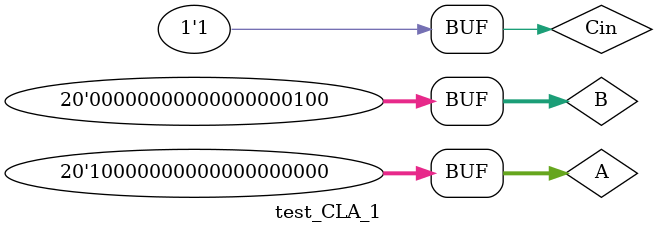
<source format=v>
`timescale 1ns / 1ps


module test_CLA_1;

	// Inputs
	reg [19:0] A;
	reg [19:0] B;
	reg Cin;

	// Outputs
	wire [19:0] S;
	wire Cout;
	wire Cout2;
	wire Carry;
	wire OVF;

	// Instantiate the Unit Under Test (UUT)
	CLA_20 uut (
		.A(A), 
		.B(B), 
		.Cin(Cin), 
		.S(S), 
		.Cout(Cout), 
		.Cout2(Cout2), 
		.Carry(Carry), 
		.OVF(OVF)
	);

	initial begin
		// Initialize Inputs
	   //Addition with no oveflow (524287)+ (-524288) = should give -1
		A = (524287);
		B = (-524288);
		Cin = (0);
		#10;
		//subtraction with no overflow (524287) - 1 should give 524286
		A = (524287);
		B = (1);
		Cin = (1);
		#10;
		//Addition with overflow (-524287) + (-524288) should give overflow
		A = (-524287);
		B = (-524288);
		Cin = (0);
		#10;
		//Subtraction with Overflow (-524288) - (4) should give overflow
		A = (-524288);
		B = (4);
		Cin = (1);
		#10;

	end
      
endmodule



</source>
